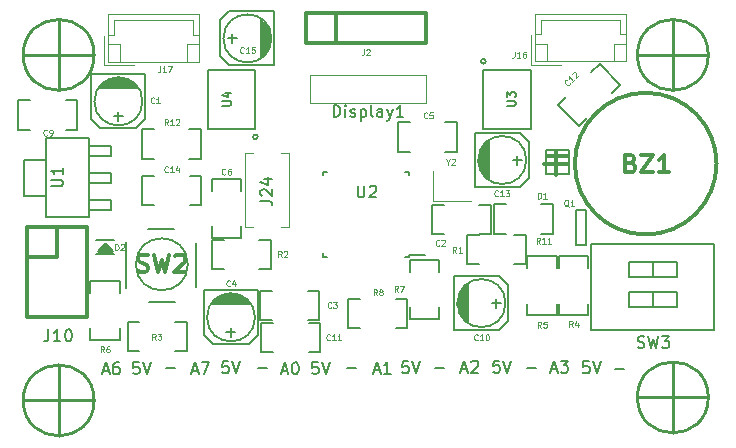
<source format=gbr>
G04 #@! TF.GenerationSoftware,KiCad,Pcbnew,(5.1.4)-1*
G04 #@! TF.CreationDate,2021-02-09T20:39:42-03:00*
G04 #@! TF.ProjectId,Eucalyptus,45756361-6c79-4707-9475-732e6b696361,rev?*
G04 #@! TF.SameCoordinates,Original*
G04 #@! TF.FileFunction,Legend,Top*
G04 #@! TF.FilePolarity,Positive*
%FSLAX46Y46*%
G04 Gerber Fmt 4.6, Leading zero omitted, Abs format (unit mm)*
G04 Created by KiCad (PCBNEW (5.1.4)-1) date 2021-02-09 20:39:42*
%MOMM*%
%LPD*%
G04 APERTURE LIST*
%ADD10C,0.150000*%
%ADD11C,0.304800*%
%ADD12C,0.254000*%
%ADD13C,0.120000*%
%ADD14C,0.127000*%
%ADD15C,0.378460*%
%ADD16C,0.203200*%
%ADD17C,0.125095*%
%ADD18C,0.125000*%
%ADD19C,0.300000*%
%ADD20C,0.119380*%
%ADD21C,0.125025*%
%ADD22C,0.200660*%
%ADD23C,0.149860*%
G04 APERTURE END LIST*
D10*
X97735714Y-125741666D02*
X98211904Y-125741666D01*
X97640476Y-126027380D02*
X97973809Y-125027380D01*
X98307142Y-126027380D01*
X99069047Y-125027380D02*
X98878571Y-125027380D01*
X98783333Y-125075000D01*
X98735714Y-125122619D01*
X98640476Y-125265476D01*
X98592857Y-125455952D01*
X98592857Y-125836904D01*
X98640476Y-125932142D01*
X98688095Y-125979761D01*
X98783333Y-126027380D01*
X98973809Y-126027380D01*
X99069047Y-125979761D01*
X99116666Y-125932142D01*
X99164285Y-125836904D01*
X99164285Y-125598809D01*
X99116666Y-125503571D01*
X99069047Y-125455952D01*
X98973809Y-125408333D01*
X98783333Y-125408333D01*
X98688095Y-125455952D01*
X98640476Y-125503571D01*
X98592857Y-125598809D01*
X105285714Y-125741666D02*
X105761904Y-125741666D01*
X105190476Y-126027380D02*
X105523809Y-125027380D01*
X105857142Y-126027380D01*
X106095238Y-125027380D02*
X106761904Y-125027380D01*
X106333333Y-126027380D01*
X112885714Y-125741666D02*
X113361904Y-125741666D01*
X112790476Y-126027380D02*
X113123809Y-125027380D01*
X113457142Y-126027380D01*
X113980952Y-125027380D02*
X114076190Y-125027380D01*
X114171428Y-125075000D01*
X114219047Y-125122619D01*
X114266666Y-125217857D01*
X114314285Y-125408333D01*
X114314285Y-125646428D01*
X114266666Y-125836904D01*
X114219047Y-125932142D01*
X114171428Y-125979761D01*
X114076190Y-126027380D01*
X113980952Y-126027380D01*
X113885714Y-125979761D01*
X113838095Y-125932142D01*
X113790476Y-125836904D01*
X113742857Y-125646428D01*
X113742857Y-125408333D01*
X113790476Y-125217857D01*
X113838095Y-125122619D01*
X113885714Y-125075000D01*
X113980952Y-125027380D01*
X120685714Y-125691666D02*
X121161904Y-125691666D01*
X120590476Y-125977380D02*
X120923809Y-124977380D01*
X121257142Y-125977380D01*
X122114285Y-125977380D02*
X121542857Y-125977380D01*
X121828571Y-125977380D02*
X121828571Y-124977380D01*
X121733333Y-125120238D01*
X121638095Y-125215476D01*
X121542857Y-125263095D01*
X128085714Y-125616666D02*
X128561904Y-125616666D01*
X127990476Y-125902380D02*
X128323809Y-124902380D01*
X128657142Y-125902380D01*
X128942857Y-124997619D02*
X128990476Y-124950000D01*
X129085714Y-124902380D01*
X129323809Y-124902380D01*
X129419047Y-124950000D01*
X129466666Y-124997619D01*
X129514285Y-125092857D01*
X129514285Y-125188095D01*
X129466666Y-125330952D01*
X128895238Y-125902380D01*
X129514285Y-125902380D01*
X135685714Y-125616666D02*
X136161904Y-125616666D01*
X135590476Y-125902380D02*
X135923809Y-124902380D01*
X136257142Y-125902380D01*
X136495238Y-124902380D02*
X137114285Y-124902380D01*
X136780952Y-125283333D01*
X136923809Y-125283333D01*
X137019047Y-125330952D01*
X137066666Y-125378571D01*
X137114285Y-125473809D01*
X137114285Y-125711904D01*
X137066666Y-125807142D01*
X137019047Y-125854761D01*
X136923809Y-125902380D01*
X136638095Y-125902380D01*
X136542857Y-125854761D01*
X136495238Y-125807142D01*
X133619047Y-125547619D02*
X134380952Y-125547619D01*
X110869047Y-125547619D02*
X111630952Y-125547619D01*
X115959523Y-125002380D02*
X115483333Y-125002380D01*
X115435714Y-125478571D01*
X115483333Y-125430952D01*
X115578571Y-125383333D01*
X115816666Y-125383333D01*
X115911904Y-125430952D01*
X115959523Y-125478571D01*
X116007142Y-125573809D01*
X116007142Y-125811904D01*
X115959523Y-125907142D01*
X115911904Y-125954761D01*
X115816666Y-126002380D01*
X115578571Y-126002380D01*
X115483333Y-125954761D01*
X115435714Y-125907142D01*
X116292857Y-125002380D02*
X116626190Y-126002380D01*
X116959523Y-125002380D01*
X103119047Y-125547619D02*
X103880952Y-125547619D01*
X123609523Y-124952380D02*
X123133333Y-124952380D01*
X123085714Y-125428571D01*
X123133333Y-125380952D01*
X123228571Y-125333333D01*
X123466666Y-125333333D01*
X123561904Y-125380952D01*
X123609523Y-125428571D01*
X123657142Y-125523809D01*
X123657142Y-125761904D01*
X123609523Y-125857142D01*
X123561904Y-125904761D01*
X123466666Y-125952380D01*
X123228571Y-125952380D01*
X123133333Y-125904761D01*
X123085714Y-125857142D01*
X123942857Y-124952380D02*
X124276190Y-125952380D01*
X124609523Y-124952380D01*
X118369047Y-125547619D02*
X119130952Y-125547619D01*
X108359523Y-124952380D02*
X107883333Y-124952380D01*
X107835714Y-125428571D01*
X107883333Y-125380952D01*
X107978571Y-125333333D01*
X108216666Y-125333333D01*
X108311904Y-125380952D01*
X108359523Y-125428571D01*
X108407142Y-125523809D01*
X108407142Y-125761904D01*
X108359523Y-125857142D01*
X108311904Y-125904761D01*
X108216666Y-125952380D01*
X107978571Y-125952380D01*
X107883333Y-125904761D01*
X107835714Y-125857142D01*
X108692857Y-124952380D02*
X109026190Y-125952380D01*
X109359523Y-124952380D01*
X100809523Y-125002380D02*
X100333333Y-125002380D01*
X100285714Y-125478571D01*
X100333333Y-125430952D01*
X100428571Y-125383333D01*
X100666666Y-125383333D01*
X100761904Y-125430952D01*
X100809523Y-125478571D01*
X100857142Y-125573809D01*
X100857142Y-125811904D01*
X100809523Y-125907142D01*
X100761904Y-125954761D01*
X100666666Y-126002380D01*
X100428571Y-126002380D01*
X100333333Y-125954761D01*
X100285714Y-125907142D01*
X101142857Y-125002380D02*
X101476190Y-126002380D01*
X101809523Y-125002380D01*
X125869047Y-125547619D02*
X126630952Y-125547619D01*
X131309523Y-124902380D02*
X130833333Y-124902380D01*
X130785714Y-125378571D01*
X130833333Y-125330952D01*
X130928571Y-125283333D01*
X131166666Y-125283333D01*
X131261904Y-125330952D01*
X131309523Y-125378571D01*
X131357142Y-125473809D01*
X131357142Y-125711904D01*
X131309523Y-125807142D01*
X131261904Y-125854761D01*
X131166666Y-125902380D01*
X130928571Y-125902380D01*
X130833333Y-125854761D01*
X130785714Y-125807142D01*
X131642857Y-124902380D02*
X131976190Y-125902380D01*
X132309523Y-124902380D01*
X138909523Y-124952380D02*
X138433333Y-124952380D01*
X138385714Y-125428571D01*
X138433333Y-125380952D01*
X138528571Y-125333333D01*
X138766666Y-125333333D01*
X138861904Y-125380952D01*
X138909523Y-125428571D01*
X138957142Y-125523809D01*
X138957142Y-125761904D01*
X138909523Y-125857142D01*
X138861904Y-125904761D01*
X138766666Y-125952380D01*
X138528571Y-125952380D01*
X138433333Y-125904761D01*
X138385714Y-125857142D01*
X139242857Y-124952380D02*
X139576190Y-125952380D01*
X139909523Y-124952380D01*
X141119047Y-125571428D02*
X141880952Y-125571428D01*
X123625000Y-115900000D02*
X125050000Y-115900000D01*
X116375000Y-116125000D02*
X116700000Y-116125000D01*
X116375000Y-108875000D02*
X116700000Y-108875000D01*
X123625000Y-108875000D02*
X123300000Y-108875000D01*
X123625000Y-116125000D02*
X123300000Y-116125000D01*
X123625000Y-108875000D02*
X123625000Y-109200000D01*
X116375000Y-108875000D02*
X116375000Y-109200000D01*
X116375000Y-116125000D02*
X116375000Y-115800000D01*
X123625000Y-116125000D02*
X123625000Y-115900000D01*
X138854500Y-120054500D02*
X138854500Y-121054500D01*
X136354500Y-120054500D02*
X136354500Y-121054500D01*
X136354500Y-121054500D02*
X138854500Y-121054500D01*
X138854500Y-116054500D02*
X136354500Y-116054500D01*
X136354500Y-116054500D02*
X136354500Y-117054500D01*
X138854500Y-117054500D02*
X138854500Y-116054500D01*
D11*
X125070000Y-95430000D02*
X125070000Y-97970000D01*
X114910000Y-97970000D02*
X114910000Y-95430000D01*
X114910000Y-95430000D02*
X125070000Y-95430000D01*
X125070000Y-97970000D02*
X114910000Y-97970000D01*
X117450000Y-95430000D02*
X117450000Y-97970000D01*
X96393000Y-113601500D02*
X91313000Y-113601500D01*
X93853000Y-116141500D02*
X91313000Y-116141500D01*
X93853000Y-113601500D02*
X93853000Y-116141500D01*
X91313000Y-121221500D02*
X91313000Y-113601500D01*
X96393000Y-121221500D02*
X91313000Y-121221500D01*
X96393000Y-113601500D02*
X96393000Y-121221500D01*
D10*
X139103000Y-122280000D02*
X139103000Y-115041000D01*
X149517000Y-122280000D02*
X139103000Y-122280000D01*
X149517000Y-115041000D02*
X149517000Y-122280000D01*
X139103000Y-115041000D02*
X149517000Y-115041000D01*
X146340000Y-120380000D02*
X146340000Y-119100000D01*
X142280000Y-120380000D02*
X146340000Y-120380000D01*
X142280000Y-119100000D02*
X142280000Y-120380000D01*
X144310000Y-119100000D02*
X144310000Y-120380000D01*
X146340000Y-119100000D02*
X142280000Y-119100000D01*
X146340000Y-117840000D02*
X146340000Y-116560000D01*
X142280000Y-117840000D02*
X146340000Y-117840000D01*
X142280000Y-116560000D02*
X142280000Y-117840000D01*
X144310000Y-116560000D02*
X144310000Y-117840000D01*
X146340000Y-116560000D02*
X142280000Y-116560000D01*
D12*
X149000000Y-128000000D02*
G75*
G03X149000000Y-128000000I-3000000J0D01*
G01*
X143000000Y-128000000D02*
X149000000Y-128000000D01*
X146000000Y-125000000D02*
X146000000Y-131000000D01*
X146000000Y-96000000D02*
X146000000Y-102000000D01*
X143000000Y-99000000D02*
X149000000Y-99000000D01*
X149000000Y-99000000D02*
G75*
G03X149000000Y-99000000I-3000000J0D01*
G01*
X97000000Y-128250000D02*
G75*
G03X97000000Y-128250000I-3000000J0D01*
G01*
X91000000Y-128250000D02*
X97000000Y-128250000D01*
X94000000Y-125250000D02*
X94000000Y-131250000D01*
X94000000Y-96000000D02*
X94000000Y-102000000D01*
X91000000Y-99000000D02*
X97000000Y-99000000D01*
X97000000Y-99000000D02*
G75*
G03X97000000Y-99000000I-3000000J0D01*
G01*
D13*
X134015000Y-99835000D02*
X136515000Y-99835000D01*
X134015000Y-97335000D02*
X134015000Y-99835000D01*
X141035000Y-98035000D02*
X141035000Y-99535000D01*
X142035000Y-98035000D02*
X141035000Y-98035000D01*
X135315000Y-98035000D02*
X135315000Y-99535000D01*
X134315000Y-98035000D02*
X135315000Y-98035000D01*
X141535000Y-97225000D02*
X142035000Y-97225000D01*
X141535000Y-96015000D02*
X141535000Y-97225000D01*
X134815000Y-96015000D02*
X141535000Y-96015000D01*
X134815000Y-97225000D02*
X134815000Y-96015000D01*
X134315000Y-97225000D02*
X134815000Y-97225000D01*
X142035000Y-95515000D02*
X134315000Y-95515000D01*
X142035000Y-99535000D02*
X142035000Y-95515000D01*
X134315000Y-99535000D02*
X142035000Y-99535000D01*
X134315000Y-95515000D02*
X134315000Y-99535000D01*
X98164500Y-95572000D02*
X98164500Y-99592000D01*
X98164500Y-99592000D02*
X105884500Y-99592000D01*
X105884500Y-99592000D02*
X105884500Y-95572000D01*
X105884500Y-95572000D02*
X98164500Y-95572000D01*
X98164500Y-97282000D02*
X98664500Y-97282000D01*
X98664500Y-97282000D02*
X98664500Y-96072000D01*
X98664500Y-96072000D02*
X105384500Y-96072000D01*
X105384500Y-96072000D02*
X105384500Y-97282000D01*
X105384500Y-97282000D02*
X105884500Y-97282000D01*
X98164500Y-98092000D02*
X99164500Y-98092000D01*
X99164500Y-98092000D02*
X99164500Y-99592000D01*
X105884500Y-98092000D02*
X104884500Y-98092000D01*
X104884500Y-98092000D02*
X104884500Y-99592000D01*
X97864500Y-97392000D02*
X97864500Y-99892000D01*
X97864500Y-99892000D02*
X100364500Y-99892000D01*
D10*
X106954000Y-113514000D02*
X106954000Y-114514000D01*
X109454000Y-113514000D02*
X109454000Y-114514000D01*
X109454000Y-110514000D02*
X109454000Y-109514000D01*
X106954000Y-110514000D02*
X106954000Y-109514000D01*
D14*
X109454000Y-109514000D02*
X106954000Y-109514000D01*
X106954000Y-114514000D02*
X109454000Y-114514000D01*
D10*
X100833000Y-121600000D02*
X99833000Y-121600000D01*
X99833000Y-124100000D02*
X100833000Y-124100000D01*
X99833000Y-121600000D02*
X99833000Y-124100000D01*
X104833000Y-124100000D02*
X104833000Y-121600000D01*
X103833000Y-124100000D02*
X104833000Y-124100000D01*
X103833000Y-121600000D02*
X104833000Y-121600000D01*
D15*
X137100500Y-108204000D02*
X135100500Y-108204000D01*
X136100500Y-107204000D02*
X136100500Y-109204000D01*
X149700500Y-108204000D02*
G75*
G03X149700500Y-108204000I-6000000J0D01*
G01*
D14*
X99060000Y-104584500D02*
X99060000Y-103822500D01*
X99441000Y-104203500D02*
X98679000Y-104203500D01*
X96774000Y-104457500D02*
X96774000Y-100647500D01*
X100584000Y-105219500D02*
X97536000Y-105219500D01*
X96774000Y-104457500D02*
X97536000Y-105219500D01*
X101346000Y-104457500D02*
X101346000Y-100647500D01*
X101346000Y-104457500D02*
X100584000Y-105219500D01*
X98933000Y-100901500D02*
X99187000Y-100901500D01*
X99695000Y-101028500D02*
X98425000Y-101028500D01*
X98171000Y-101155500D02*
X99949000Y-101155500D01*
X97917000Y-101282500D02*
X100203000Y-101282500D01*
X100330000Y-101409500D02*
X97790000Y-101409500D01*
X97663000Y-101536500D02*
X100457000Y-101536500D01*
X100584000Y-101663500D02*
X97536000Y-101663500D01*
X100711000Y-101790500D02*
X97409000Y-101790500D01*
X101092000Y-102933500D02*
G75*
G03X101092000Y-102933500I-2032000J0D01*
G01*
X101346000Y-100647500D02*
X96774000Y-100647500D01*
X110871000Y-118935500D02*
X106299000Y-118935500D01*
X110617000Y-121221500D02*
G75*
G03X110617000Y-121221500I-2032000J0D01*
G01*
X110236000Y-120078500D02*
X106934000Y-120078500D01*
X110109000Y-119951500D02*
X107061000Y-119951500D01*
X107188000Y-119824500D02*
X109982000Y-119824500D01*
X109855000Y-119697500D02*
X107315000Y-119697500D01*
X107442000Y-119570500D02*
X109728000Y-119570500D01*
X107696000Y-119443500D02*
X109474000Y-119443500D01*
X109220000Y-119316500D02*
X107950000Y-119316500D01*
X108458000Y-119189500D02*
X108712000Y-119189500D01*
X110871000Y-122745500D02*
X110109000Y-123507500D01*
X110871000Y-122745500D02*
X110871000Y-118935500D01*
X106299000Y-122745500D02*
X107061000Y-123507500D01*
X110109000Y-123507500D02*
X107061000Y-123507500D01*
X106299000Y-122745500D02*
X106299000Y-118935500D01*
X108966000Y-122491500D02*
X108204000Y-122491500D01*
X108585000Y-122872500D02*
X108585000Y-122110500D01*
X95591000Y-105326500D02*
X95591000Y-102826500D01*
X90591000Y-102826500D02*
X90591000Y-105326500D01*
D10*
X91591000Y-105326500D02*
X90591000Y-105326500D01*
X91591000Y-102826500D02*
X90591000Y-102826500D01*
X94591000Y-102826500D02*
X95591000Y-102826500D01*
X94591000Y-105326500D02*
X95591000Y-105326500D01*
D14*
X131445000Y-120015000D02*
X130683000Y-120015000D01*
X131064000Y-119634000D02*
X131064000Y-120396000D01*
X131318000Y-122301000D02*
X127508000Y-122301000D01*
X132080000Y-118491000D02*
X132080000Y-121539000D01*
X131318000Y-122301000D02*
X132080000Y-121539000D01*
X131318000Y-117729000D02*
X127508000Y-117729000D01*
X131318000Y-117729000D02*
X132080000Y-118491000D01*
X127762000Y-120142000D02*
X127762000Y-119888000D01*
X127889000Y-119380000D02*
X127889000Y-120650000D01*
X128016000Y-120904000D02*
X128016000Y-119126000D01*
X128143000Y-121158000D02*
X128143000Y-118872000D01*
X128270000Y-118745000D02*
X128270000Y-121285000D01*
X128397000Y-121412000D02*
X128397000Y-118618000D01*
X128524000Y-118491000D02*
X128524000Y-121539000D01*
X128651000Y-118364000D02*
X128651000Y-121666000D01*
X131826000Y-120015000D02*
G75*
G03X131826000Y-120015000I-2032000J0D01*
G01*
X127508000Y-117729000D02*
X127508000Y-122301000D01*
D10*
X136965284Y-102566949D02*
X136258178Y-103274055D01*
X138733051Y-104334716D02*
X138025945Y-105041822D01*
X140854372Y-102213395D02*
X141561478Y-101506289D01*
X139086605Y-100445628D02*
X139793711Y-99738522D01*
D14*
X141561478Y-101506289D02*
X139793711Y-99738522D01*
X136258178Y-103274055D02*
X138025945Y-105041822D01*
X129267200Y-105613200D02*
X129267200Y-110185200D01*
X133585200Y-107899200D02*
G75*
G03X133585200Y-107899200I-2032000J0D01*
G01*
X130410200Y-106248200D02*
X130410200Y-109550200D01*
X130283200Y-106375200D02*
X130283200Y-109423200D01*
X130156200Y-109296200D02*
X130156200Y-106502200D01*
X130029200Y-106629200D02*
X130029200Y-109169200D01*
X129902200Y-109042200D02*
X129902200Y-106756200D01*
X129775200Y-108788200D02*
X129775200Y-107010200D01*
X129648200Y-107264200D02*
X129648200Y-108534200D01*
X129521200Y-108026200D02*
X129521200Y-107772200D01*
X133077200Y-105613200D02*
X133839200Y-106375200D01*
X133077200Y-105613200D02*
X129267200Y-105613200D01*
X133077200Y-110185200D02*
X133839200Y-109423200D01*
X133839200Y-106375200D02*
X133839200Y-109423200D01*
X133077200Y-110185200D02*
X129267200Y-110185200D01*
X132823200Y-107518200D02*
X132823200Y-108280200D01*
X133204200Y-107899200D02*
X132442200Y-107899200D01*
D10*
X102081200Y-109240000D02*
X101081200Y-109240000D01*
X102081200Y-111740000D02*
X101081200Y-111740000D01*
X105081200Y-111740000D02*
X106081200Y-111740000D01*
X105081200Y-109240000D02*
X106081200Y-109240000D01*
D14*
X106081200Y-111740000D02*
X106081200Y-109240000D01*
X101081200Y-109240000D02*
X101081200Y-111740000D01*
X108331000Y-97599500D02*
X109093000Y-97599500D01*
X108712000Y-97980500D02*
X108712000Y-97218500D01*
X108458000Y-95313500D02*
X112268000Y-95313500D01*
X107696000Y-99123500D02*
X107696000Y-96075500D01*
X108458000Y-95313500D02*
X107696000Y-96075500D01*
X108458000Y-99885500D02*
X112268000Y-99885500D01*
X108458000Y-99885500D02*
X107696000Y-99123500D01*
X112014000Y-97472500D02*
X112014000Y-97726500D01*
X111887000Y-98234500D02*
X111887000Y-96964500D01*
X111760000Y-96710500D02*
X111760000Y-98488500D01*
X111633000Y-96456500D02*
X111633000Y-98742500D01*
X111506000Y-98869500D02*
X111506000Y-96329500D01*
X111379000Y-96202500D02*
X111379000Y-98996500D01*
X111252000Y-99123500D02*
X111252000Y-96075500D01*
X111125000Y-99250500D02*
X111125000Y-95948500D01*
X112014000Y-97599500D02*
G75*
G03X112014000Y-97599500I-2032000J0D01*
G01*
X112268000Y-99885500D02*
X112268000Y-95313500D01*
X135245600Y-107451600D02*
X137245600Y-107451600D01*
X137245600Y-107551600D02*
X135245600Y-107551600D01*
X135245600Y-107651600D02*
X137245600Y-107651600D01*
X135245600Y-107051600D02*
X135245600Y-109051600D01*
X135245600Y-109051600D02*
X137245600Y-109051600D01*
X137245600Y-109051600D02*
X137245600Y-107051600D01*
X137245600Y-107051600D02*
X135245600Y-107051600D01*
D12*
X97716340Y-115285520D02*
X98016060Y-115285520D01*
X98216720Y-115384580D02*
X97617280Y-115384580D01*
X97317560Y-115585240D02*
X98516440Y-115585240D01*
X98516440Y-115585240D02*
X97917000Y-114985800D01*
X97917000Y-114985800D02*
X97317560Y-115585240D01*
D16*
X98653600Y-114701320D02*
X97180400Y-114701320D01*
X97180400Y-115869720D02*
X98653600Y-115869720D01*
D14*
X138626800Y-112091600D02*
X138626800Y-115088800D01*
X138626800Y-115088800D02*
X137826800Y-115088800D01*
X137826800Y-115088800D02*
X137826800Y-112091600D01*
X137826800Y-112088800D02*
X138626800Y-112088800D01*
D10*
X129589400Y-114218400D02*
X128589400Y-114218400D01*
X128589400Y-116718400D02*
X129589400Y-116718400D01*
X128589400Y-114218400D02*
X128589400Y-116718400D01*
X133589400Y-116718400D02*
X133589400Y-114218400D01*
X132589400Y-116718400D02*
X133589400Y-116718400D01*
X132589400Y-114218400D02*
X133589400Y-114218400D01*
X136187500Y-117054500D02*
X136187500Y-116054500D01*
X133687500Y-116054500D02*
X133687500Y-117054500D01*
X136187500Y-116054500D02*
X133687500Y-116054500D01*
X133687500Y-121054500D02*
X136187500Y-121054500D01*
X133687500Y-120054500D02*
X133687500Y-121054500D01*
X136187500Y-120054500D02*
X136187500Y-121054500D01*
X96667000Y-119150000D02*
X96667000Y-118150000D01*
X99167000Y-119150000D02*
X99167000Y-118150000D01*
X99167000Y-118150000D02*
X96667000Y-118150000D01*
X96667000Y-123150000D02*
X99167000Y-123150000D01*
X99167000Y-123150000D02*
X99167000Y-122150000D01*
X96667000Y-122150000D02*
X96667000Y-123150000D01*
X123718000Y-120372000D02*
X123718000Y-121372000D01*
X126218000Y-121372000D02*
X126218000Y-120372000D01*
X123718000Y-121372000D02*
X126218000Y-121372000D01*
X126218000Y-116372000D02*
X123718000Y-116372000D01*
X126218000Y-117372000D02*
X126218000Y-116372000D01*
X123718000Y-117372000D02*
X123718000Y-116372000D01*
X122531000Y-119654000D02*
X123531000Y-119654000D01*
X122531000Y-122154000D02*
X123531000Y-122154000D01*
X123531000Y-122154000D02*
X123531000Y-119654000D01*
X118531000Y-119654000D02*
X118531000Y-122154000D01*
X118531000Y-122154000D02*
X119531000Y-122154000D01*
X119531000Y-119654000D02*
X118531000Y-119654000D01*
X134875400Y-111627600D02*
X135875400Y-111627600D01*
X134875400Y-114127600D02*
X135875400Y-114127600D01*
X135875400Y-114127600D02*
X135875400Y-111627600D01*
X130875400Y-111627600D02*
X130875400Y-114127600D01*
X130875400Y-114127600D02*
X131875400Y-114127600D01*
X131875400Y-111627600D02*
X130875400Y-111627600D01*
X102055800Y-105277600D02*
X101055800Y-105277600D01*
X101055800Y-107777600D02*
X102055800Y-107777600D01*
X101055800Y-105277600D02*
X101055800Y-107777600D01*
X106055800Y-107777600D02*
X106055800Y-105277600D01*
X105055800Y-107777600D02*
X106055800Y-107777600D01*
X105055800Y-105277600D02*
X106055800Y-105277600D01*
X99729500Y-114826500D02*
X99729500Y-118726500D01*
X101629500Y-119926500D02*
X103829500Y-119926500D01*
X105629500Y-114926500D02*
X105629500Y-118626500D01*
X101529500Y-113726500D02*
X103729500Y-113726500D01*
X104929500Y-116726500D02*
G75*
G03X104929500Y-116726500I-2200000J0D01*
G01*
D14*
X91097100Y-110959900D02*
X91097100Y-107861100D01*
X91097100Y-107861100D02*
X92887800Y-107861100D01*
X91097100Y-110959900D02*
X92887800Y-110959900D01*
X98386900Y-107518200D02*
X98386900Y-106705400D01*
X98386900Y-106705400D02*
X96596200Y-106705400D01*
X98386900Y-107518200D02*
X96596200Y-107518200D01*
X98386900Y-109816900D02*
X96596200Y-109816900D01*
X98386900Y-109004100D02*
X96596200Y-109004100D01*
X98386900Y-109816900D02*
X98386900Y-109004100D01*
X98386900Y-112115600D02*
X98386900Y-111302800D01*
X98386900Y-111302800D02*
X96596200Y-111302800D01*
X98386900Y-112115600D02*
X96596200Y-112115600D01*
X96596200Y-106057700D02*
X96596200Y-112763300D01*
X96596200Y-112763300D02*
X92887800Y-112763300D01*
X92887800Y-112763300D02*
X92887800Y-106057700D01*
X92887800Y-106057700D02*
X96596200Y-106057700D01*
D10*
X133953000Y-100243000D02*
X129953000Y-100243000D01*
X133953000Y-105243000D02*
X129953000Y-105243000D01*
X129953000Y-100243000D02*
X129953000Y-105243000D01*
X133953000Y-105243000D02*
X133953000Y-100243000D01*
X130153000Y-99543000D02*
G75*
G03X130153000Y-99543000I-200000J0D01*
G01*
X110848500Y-105943000D02*
G75*
G03X110848500Y-105943000I-200000J0D01*
G01*
X106648500Y-100243000D02*
X106648500Y-105243000D01*
X110648500Y-105243000D02*
X110648500Y-100243000D01*
X106648500Y-100243000D02*
X110648500Y-100243000D01*
X106648500Y-105243000D02*
X110648500Y-105243000D01*
X129592200Y-114178400D02*
X130592200Y-114178400D01*
X129592200Y-111678400D02*
X130592200Y-111678400D01*
X126592200Y-111678400D02*
X125592200Y-111678400D01*
X126592200Y-114178400D02*
X125592200Y-114178400D01*
D14*
X125592200Y-111678400D02*
X125592200Y-114178400D01*
X130592200Y-114178400D02*
X130592200Y-111678400D01*
X127747400Y-107218800D02*
X127747400Y-104718800D01*
X122747400Y-104718800D02*
X122747400Y-107218800D01*
D10*
X123747400Y-107218800D02*
X122747400Y-107218800D01*
X123747400Y-104718800D02*
X122747400Y-104718800D01*
X126747400Y-104718800D02*
X127747400Y-104718800D01*
X126747400Y-107218800D02*
X127747400Y-107218800D01*
D13*
X125692000Y-108793200D02*
X125692000Y-111393200D01*
X125692000Y-111393200D02*
X128892000Y-111393200D01*
X109808400Y-107339200D02*
X109808400Y-113539200D01*
X113508400Y-113539200D02*
X113508400Y-107339200D01*
X113508400Y-107339200D02*
X112858400Y-107339200D01*
X110458400Y-107339200D02*
X109808400Y-107339200D01*
X109808400Y-113539200D02*
X110458400Y-113539200D01*
X113508400Y-113539200D02*
X112858400Y-113539200D01*
D10*
X110974000Y-114637500D02*
X111974000Y-114637500D01*
X110974000Y-117137500D02*
X111974000Y-117137500D01*
X111974000Y-117137500D02*
X111974000Y-114637500D01*
X106974000Y-114637500D02*
X106974000Y-117137500D01*
X106974000Y-117137500D02*
X107974000Y-117137500D01*
X107974000Y-114637500D02*
X106974000Y-114637500D01*
D14*
X116073001Y-121447001D02*
X116073001Y-118947001D01*
X111073001Y-118947001D02*
X111073001Y-121447001D01*
D10*
X112073001Y-121447001D02*
X111073001Y-121447001D01*
X112073001Y-118947001D02*
X111073001Y-118947001D01*
X115073001Y-118947001D02*
X116073001Y-118947001D01*
X115073001Y-121447001D02*
X116073001Y-121447001D01*
X112165000Y-121686000D02*
X111165000Y-121686000D01*
X112165000Y-124186000D02*
X111165000Y-124186000D01*
X115165000Y-124186000D02*
X116165000Y-124186000D01*
X115165000Y-121686000D02*
X116165000Y-121686000D01*
D14*
X116165000Y-124186000D02*
X116165000Y-121686000D01*
X111165000Y-121686000D02*
X111165000Y-124186000D01*
D13*
X115301000Y-100689000D02*
X115301000Y-103102000D01*
X125080000Y-103102000D02*
X115301000Y-103102000D01*
X125080000Y-100689000D02*
X125080000Y-103102000D01*
X115301000Y-100689000D02*
X125080000Y-100689000D01*
D10*
X119316595Y-110069380D02*
X119316595Y-110878904D01*
X119364214Y-110974142D01*
X119411833Y-111021761D01*
X119507071Y-111069380D01*
X119697547Y-111069380D01*
X119792785Y-111021761D01*
X119840404Y-110974142D01*
X119888023Y-110878904D01*
X119888023Y-110069380D01*
X120316595Y-110164619D02*
X120364214Y-110117000D01*
X120459452Y-110069380D01*
X120697547Y-110069380D01*
X120792785Y-110117000D01*
X120840404Y-110164619D01*
X120888023Y-110259857D01*
X120888023Y-110355095D01*
X120840404Y-110497952D01*
X120268976Y-111069380D01*
X120888023Y-111069380D01*
D17*
X137521103Y-122019362D02*
X137354310Y-121781086D01*
X137235171Y-122019362D02*
X137235171Y-121518982D01*
X137425792Y-121518982D01*
X137473448Y-121542810D01*
X137497275Y-121566637D01*
X137521103Y-121614292D01*
X137521103Y-121685775D01*
X137497275Y-121733430D01*
X137473448Y-121757258D01*
X137425792Y-121781086D01*
X137235171Y-121781086D01*
X137950000Y-121685775D02*
X137950000Y-122019362D01*
X137830862Y-121495154D02*
X137711724Y-121852569D01*
X138021483Y-121852569D01*
D18*
X119833333Y-98526190D02*
X119833333Y-98883333D01*
X119809523Y-98954761D01*
X119761904Y-99002380D01*
X119690476Y-99026190D01*
X119642857Y-99026190D01*
X120047619Y-98573809D02*
X120071428Y-98550000D01*
X120119047Y-98526190D01*
X120238095Y-98526190D01*
X120285714Y-98550000D01*
X120309523Y-98573809D01*
X120333333Y-98621428D01*
X120333333Y-98669047D01*
X120309523Y-98740476D01*
X120023809Y-99026190D01*
X120333333Y-99026190D01*
D16*
X93127523Y-122243619D02*
X93127523Y-122969333D01*
X93079142Y-123114476D01*
X92982380Y-123211238D01*
X92837238Y-123259619D01*
X92740476Y-123259619D01*
X94143523Y-123259619D02*
X93562952Y-123259619D01*
X93853238Y-123259619D02*
X93853238Y-122243619D01*
X93756476Y-122388761D01*
X93659714Y-122485523D01*
X93562952Y-122533904D01*
X94772476Y-122243619D02*
X94869238Y-122243619D01*
X94966000Y-122292000D01*
X95014380Y-122340380D01*
X95062761Y-122437142D01*
X95111142Y-122630666D01*
X95111142Y-122872571D01*
X95062761Y-123066095D01*
X95014380Y-123162857D01*
X94966000Y-123211238D01*
X94869238Y-123259619D01*
X94772476Y-123259619D01*
X94675714Y-123211238D01*
X94627333Y-123162857D01*
X94578952Y-123066095D01*
X94530571Y-122872571D01*
X94530571Y-122630666D01*
X94578952Y-122437142D01*
X94627333Y-122340380D01*
X94675714Y-122292000D01*
X94772476Y-122243619D01*
D10*
X143016666Y-123754761D02*
X143159523Y-123802380D01*
X143397619Y-123802380D01*
X143492857Y-123754761D01*
X143540476Y-123707142D01*
X143588095Y-123611904D01*
X143588095Y-123516666D01*
X143540476Y-123421428D01*
X143492857Y-123373809D01*
X143397619Y-123326190D01*
X143207142Y-123278571D01*
X143111904Y-123230952D01*
X143064285Y-123183333D01*
X143016666Y-123088095D01*
X143016666Y-122992857D01*
X143064285Y-122897619D01*
X143111904Y-122850000D01*
X143207142Y-122802380D01*
X143445238Y-122802380D01*
X143588095Y-122850000D01*
X143921428Y-122802380D02*
X144159523Y-123802380D01*
X144350000Y-123088095D01*
X144540476Y-123802380D01*
X144778571Y-122802380D01*
X145064285Y-122802380D02*
X145683333Y-122802380D01*
X145350000Y-123183333D01*
X145492857Y-123183333D01*
X145588095Y-123230952D01*
X145635714Y-123278571D01*
X145683333Y-123373809D01*
X145683333Y-123611904D01*
X145635714Y-123707142D01*
X145588095Y-123754761D01*
X145492857Y-123802380D01*
X145207142Y-123802380D01*
X145111904Y-123754761D01*
X145064285Y-123707142D01*
D18*
X132595238Y-98726190D02*
X132595238Y-99083333D01*
X132571428Y-99154761D01*
X132523809Y-99202380D01*
X132452380Y-99226190D01*
X132404761Y-99226190D01*
X133095238Y-99226190D02*
X132809523Y-99226190D01*
X132952380Y-99226190D02*
X132952380Y-98726190D01*
X132904761Y-98797619D01*
X132857142Y-98845238D01*
X132809523Y-98869047D01*
X133523809Y-98726190D02*
X133428571Y-98726190D01*
X133380952Y-98750000D01*
X133357142Y-98773809D01*
X133309523Y-98845238D01*
X133285714Y-98940476D01*
X133285714Y-99130952D01*
X133309523Y-99178571D01*
X133333333Y-99202380D01*
X133380952Y-99226190D01*
X133476190Y-99226190D01*
X133523809Y-99202380D01*
X133547619Y-99178571D01*
X133571428Y-99130952D01*
X133571428Y-99011904D01*
X133547619Y-98964285D01*
X133523809Y-98940476D01*
X133476190Y-98916666D01*
X133380952Y-98916666D01*
X133333333Y-98940476D01*
X133309523Y-98964285D01*
X133285714Y-99011904D01*
X102595238Y-99976190D02*
X102595238Y-100333333D01*
X102571428Y-100404761D01*
X102523809Y-100452380D01*
X102452380Y-100476190D01*
X102404761Y-100476190D01*
X103095238Y-100476190D02*
X102809523Y-100476190D01*
X102952380Y-100476190D02*
X102952380Y-99976190D01*
X102904761Y-100047619D01*
X102857142Y-100095238D01*
X102809523Y-100119047D01*
X103261904Y-99976190D02*
X103595238Y-99976190D01*
X103380952Y-100476190D01*
D17*
X108120603Y-109081207D02*
X108096775Y-109105034D01*
X108025292Y-109128862D01*
X107977637Y-109128862D01*
X107906154Y-109105034D01*
X107858499Y-109057379D01*
X107834671Y-109009724D01*
X107810844Y-108914413D01*
X107810844Y-108842930D01*
X107834671Y-108747620D01*
X107858499Y-108699965D01*
X107906154Y-108652310D01*
X107977637Y-108628482D01*
X108025292Y-108628482D01*
X108096775Y-108652310D01*
X108120603Y-108676137D01*
X108549500Y-108628482D02*
X108454190Y-108628482D01*
X108406534Y-108652310D01*
X108382707Y-108676137D01*
X108335051Y-108747620D01*
X108311224Y-108842930D01*
X108311224Y-109033551D01*
X108335051Y-109081207D01*
X108358879Y-109105034D01*
X108406534Y-109128862D01*
X108501845Y-109128862D01*
X108549500Y-109105034D01*
X108573328Y-109081207D01*
X108597155Y-109033551D01*
X108597155Y-108914413D01*
X108573328Y-108866758D01*
X108549500Y-108842930D01*
X108501845Y-108819103D01*
X108406534Y-108819103D01*
X108358879Y-108842930D01*
X108335051Y-108866758D01*
X108311224Y-108914413D01*
X102215103Y-123098862D02*
X102048310Y-122860586D01*
X101929171Y-123098862D02*
X101929171Y-122598482D01*
X102119792Y-122598482D01*
X102167448Y-122622310D01*
X102191275Y-122646137D01*
X102215103Y-122693792D01*
X102215103Y-122765275D01*
X102191275Y-122812930D01*
X102167448Y-122836758D01*
X102119792Y-122860586D01*
X101929171Y-122860586D01*
X102381896Y-122598482D02*
X102691655Y-122598482D01*
X102524862Y-122789103D01*
X102596345Y-122789103D01*
X102644000Y-122812930D01*
X102667828Y-122836758D01*
X102691655Y-122884413D01*
X102691655Y-123003551D01*
X102667828Y-123051207D01*
X102644000Y-123075034D01*
X102596345Y-123098862D01*
X102453379Y-123098862D01*
X102405724Y-123075034D01*
X102381896Y-123051207D01*
D19*
X142442571Y-108160357D02*
X142656857Y-108231785D01*
X142728285Y-108303214D01*
X142799714Y-108446071D01*
X142799714Y-108660357D01*
X142728285Y-108803214D01*
X142656857Y-108874642D01*
X142514000Y-108946071D01*
X141942571Y-108946071D01*
X141942571Y-107446071D01*
X142442571Y-107446071D01*
X142585428Y-107517500D01*
X142656857Y-107588928D01*
X142728285Y-107731785D01*
X142728285Y-107874642D01*
X142656857Y-108017500D01*
X142585428Y-108088928D01*
X142442571Y-108160357D01*
X141942571Y-108160357D01*
X143299714Y-107446071D02*
X144299714Y-107446071D01*
X143299714Y-108946071D01*
X144299714Y-108946071D01*
X145656857Y-108946071D02*
X144799714Y-108946071D01*
X145228285Y-108946071D02*
X145228285Y-107446071D01*
X145085428Y-107660357D01*
X144942571Y-107803214D01*
X144799714Y-107874642D01*
D20*
X102088103Y-103048707D02*
X102064275Y-103072534D01*
X101992792Y-103096362D01*
X101945137Y-103096362D01*
X101873654Y-103072534D01*
X101825999Y-103024879D01*
X101802171Y-102977224D01*
X101778344Y-102881913D01*
X101778344Y-102810430D01*
X101802171Y-102715120D01*
X101825999Y-102667465D01*
X101873654Y-102619810D01*
X101945137Y-102595982D01*
X101992792Y-102595982D01*
X102064275Y-102619810D01*
X102088103Y-102643637D01*
X102564655Y-103096362D02*
X102278724Y-103096362D01*
X102421690Y-103096362D02*
X102421690Y-102595982D01*
X102374034Y-102667465D01*
X102326379Y-102715120D01*
X102278724Y-102738948D01*
X108516603Y-118528707D02*
X108492775Y-118552534D01*
X108421292Y-118576362D01*
X108373637Y-118576362D01*
X108302154Y-118552534D01*
X108254499Y-118504879D01*
X108230671Y-118457224D01*
X108206844Y-118361913D01*
X108206844Y-118290430D01*
X108230671Y-118195120D01*
X108254499Y-118147465D01*
X108302154Y-118099810D01*
X108373637Y-118075982D01*
X108421292Y-118075982D01*
X108492775Y-118099810D01*
X108516603Y-118123637D01*
X108945500Y-118242775D02*
X108945500Y-118576362D01*
X108826362Y-118052154D02*
X108707224Y-118409569D01*
X109016983Y-118409569D01*
D17*
X93007603Y-105779207D02*
X92983775Y-105803034D01*
X92912292Y-105826862D01*
X92864637Y-105826862D01*
X92793154Y-105803034D01*
X92745499Y-105755379D01*
X92721671Y-105707724D01*
X92697844Y-105612413D01*
X92697844Y-105540930D01*
X92721671Y-105445620D01*
X92745499Y-105397965D01*
X92793154Y-105350310D01*
X92864637Y-105326482D01*
X92912292Y-105326482D01*
X92983775Y-105350310D01*
X93007603Y-105374137D01*
X93245879Y-105826862D02*
X93341190Y-105826862D01*
X93388845Y-105803034D01*
X93412672Y-105779207D01*
X93460328Y-105707724D01*
X93484155Y-105612413D01*
X93484155Y-105421792D01*
X93460328Y-105374137D01*
X93436500Y-105350310D01*
X93388845Y-105326482D01*
X93293534Y-105326482D01*
X93245879Y-105350310D01*
X93222051Y-105374137D01*
X93198224Y-105421792D01*
X93198224Y-105540930D01*
X93222051Y-105588586D01*
X93245879Y-105612413D01*
X93293534Y-105636241D01*
X93388845Y-105636241D01*
X93436500Y-105612413D01*
X93460328Y-105588586D01*
X93484155Y-105540930D01*
D20*
X129472327Y-123114707D02*
X129448499Y-123138534D01*
X129377016Y-123162362D01*
X129329361Y-123162362D01*
X129257878Y-123138534D01*
X129210223Y-123090879D01*
X129186395Y-123043224D01*
X129162568Y-122947913D01*
X129162568Y-122876430D01*
X129186395Y-122781120D01*
X129210223Y-122733465D01*
X129257878Y-122685810D01*
X129329361Y-122661982D01*
X129377016Y-122661982D01*
X129448499Y-122685810D01*
X129472327Y-122709637D01*
X129948879Y-123162362D02*
X129662948Y-123162362D01*
X129805913Y-123162362D02*
X129805913Y-122661982D01*
X129758258Y-122733465D01*
X129710603Y-122781120D01*
X129662948Y-122804948D01*
X130258638Y-122661982D02*
X130306293Y-122661982D01*
X130353949Y-122685810D01*
X130377776Y-122709637D01*
X130401604Y-122757292D01*
X130425431Y-122852603D01*
X130425431Y-122971741D01*
X130401604Y-123067051D01*
X130377776Y-123114707D01*
X130353949Y-123138534D01*
X130306293Y-123162362D01*
X130258638Y-123162362D01*
X130210983Y-123138534D01*
X130187155Y-123114707D01*
X130163328Y-123067051D01*
X130139500Y-122971741D01*
X130139500Y-122852603D01*
X130163328Y-122757292D01*
X130187155Y-122709637D01*
X130210983Y-122685810D01*
X130258638Y-122661982D01*
D17*
X137312906Y-101382322D02*
X137312906Y-101416019D01*
X137279209Y-101483414D01*
X137245512Y-101517111D01*
X137178117Y-101550808D01*
X137110722Y-101550808D01*
X137060176Y-101533960D01*
X136975933Y-101483414D01*
X136925387Y-101432868D01*
X136874841Y-101348624D01*
X136857992Y-101298078D01*
X136857992Y-101230684D01*
X136891690Y-101163289D01*
X136925387Y-101129592D01*
X136992782Y-101095894D01*
X137026479Y-101095894D01*
X137683577Y-101079046D02*
X137481393Y-101281230D01*
X137582485Y-101180138D02*
X137228663Y-100826315D01*
X137245512Y-100910559D01*
X137245512Y-100977953D01*
X137228663Y-101028500D01*
X137498242Y-100624131D02*
X137498242Y-100590434D01*
X137515091Y-100539888D01*
X137599334Y-100455645D01*
X137649880Y-100438796D01*
X137683577Y-100438796D01*
X137734123Y-100455645D01*
X137767821Y-100489342D01*
X137801518Y-100556737D01*
X137801518Y-100961105D01*
X138020551Y-100742072D01*
D20*
X131186827Y-110922707D02*
X131162999Y-110946534D01*
X131091516Y-110970362D01*
X131043861Y-110970362D01*
X130972378Y-110946534D01*
X130924723Y-110898879D01*
X130900895Y-110851224D01*
X130877068Y-110755913D01*
X130877068Y-110684430D01*
X130900895Y-110589120D01*
X130924723Y-110541465D01*
X130972378Y-110493810D01*
X131043861Y-110469982D01*
X131091516Y-110469982D01*
X131162999Y-110493810D01*
X131186827Y-110517637D01*
X131663379Y-110970362D02*
X131377448Y-110970362D01*
X131520413Y-110970362D02*
X131520413Y-110469982D01*
X131472758Y-110541465D01*
X131425103Y-110589120D01*
X131377448Y-110612948D01*
X131830172Y-110469982D02*
X132139931Y-110469982D01*
X131973138Y-110660603D01*
X132044621Y-110660603D01*
X132092276Y-110684430D01*
X132116104Y-110708258D01*
X132139931Y-110755913D01*
X132139931Y-110875051D01*
X132116104Y-110922707D01*
X132092276Y-110946534D01*
X132044621Y-110970362D01*
X131901655Y-110970362D01*
X131854000Y-110946534D01*
X131830172Y-110922707D01*
D17*
X103246827Y-108890707D02*
X103222999Y-108914534D01*
X103151516Y-108938362D01*
X103103861Y-108938362D01*
X103032378Y-108914534D01*
X102984723Y-108866879D01*
X102960895Y-108819224D01*
X102937068Y-108723913D01*
X102937068Y-108652430D01*
X102960895Y-108557120D01*
X102984723Y-108509465D01*
X103032378Y-108461810D01*
X103103861Y-108437982D01*
X103151516Y-108437982D01*
X103222999Y-108461810D01*
X103246827Y-108485637D01*
X103723379Y-108938362D02*
X103437448Y-108938362D01*
X103580413Y-108938362D02*
X103580413Y-108437982D01*
X103532758Y-108509465D01*
X103485103Y-108557120D01*
X103437448Y-108580948D01*
X104152276Y-108604775D02*
X104152276Y-108938362D01*
X104033138Y-108414154D02*
X103914000Y-108771569D01*
X104223759Y-108771569D01*
D20*
X109660327Y-98794207D02*
X109636499Y-98818034D01*
X109565016Y-98841862D01*
X109517361Y-98841862D01*
X109445878Y-98818034D01*
X109398223Y-98770379D01*
X109374395Y-98722724D01*
X109350568Y-98627413D01*
X109350568Y-98555930D01*
X109374395Y-98460620D01*
X109398223Y-98412965D01*
X109445878Y-98365310D01*
X109517361Y-98341482D01*
X109565016Y-98341482D01*
X109636499Y-98365310D01*
X109660327Y-98389137D01*
X110136879Y-98841862D02*
X109850948Y-98841862D01*
X109993913Y-98841862D02*
X109993913Y-98341482D01*
X109946258Y-98412965D01*
X109898603Y-98460620D01*
X109850948Y-98484448D01*
X110589604Y-98341482D02*
X110351328Y-98341482D01*
X110327500Y-98579758D01*
X110351328Y-98555930D01*
X110398983Y-98532103D01*
X110518121Y-98532103D01*
X110565776Y-98555930D01*
X110589604Y-98579758D01*
X110613431Y-98627413D01*
X110613431Y-98746551D01*
X110589604Y-98794207D01*
X110565776Y-98818034D01*
X110518121Y-98841862D01*
X110398983Y-98841862D01*
X110351328Y-98818034D01*
X110327500Y-98794207D01*
D17*
X134568171Y-111160862D02*
X134568171Y-110660482D01*
X134687310Y-110660482D01*
X134758792Y-110684310D01*
X134806448Y-110731965D01*
X134830275Y-110779620D01*
X134854103Y-110874930D01*
X134854103Y-110946413D01*
X134830275Y-111041724D01*
X134806448Y-111089379D01*
X134758792Y-111137034D01*
X134687310Y-111160862D01*
X134568171Y-111160862D01*
X135330655Y-111160862D02*
X135044724Y-111160862D01*
X135187690Y-111160862D02*
X135187690Y-110660482D01*
X135140034Y-110731965D01*
X135092379Y-110779620D01*
X135044724Y-110803448D01*
D21*
X98780878Y-115526235D02*
X98780878Y-115026135D01*
X98899950Y-115026135D01*
X98971392Y-115049950D01*
X99019021Y-115097578D01*
X99042835Y-115145207D01*
X99066650Y-115240464D01*
X99066650Y-115311907D01*
X99042835Y-115407164D01*
X99019021Y-115454792D01*
X98971392Y-115502421D01*
X98899950Y-115526235D01*
X98780878Y-115526235D01*
X99257164Y-115073764D02*
X99280978Y-115049950D01*
X99328607Y-115026135D01*
X99447678Y-115026135D01*
X99495307Y-115049950D01*
X99519121Y-115073764D01*
X99542935Y-115121392D01*
X99542935Y-115169021D01*
X99519121Y-115240464D01*
X99233350Y-115526235D01*
X99542935Y-115526235D01*
D17*
X137175844Y-111843517D02*
X137128189Y-111819690D01*
X137080534Y-111772034D01*
X137009051Y-111700551D01*
X136961396Y-111676724D01*
X136913740Y-111676724D01*
X136937568Y-111795862D02*
X136889913Y-111772034D01*
X136842258Y-111724379D01*
X136818430Y-111629069D01*
X136818430Y-111462275D01*
X136842258Y-111366965D01*
X136889913Y-111319310D01*
X136937568Y-111295482D01*
X137032879Y-111295482D01*
X137080534Y-111319310D01*
X137128189Y-111366965D01*
X137152017Y-111462275D01*
X137152017Y-111629069D01*
X137128189Y-111724379D01*
X137080534Y-111772034D01*
X137032879Y-111795862D01*
X136937568Y-111795862D01*
X137628569Y-111795862D02*
X137342638Y-111795862D01*
X137485603Y-111795862D02*
X137485603Y-111295482D01*
X137437948Y-111366965D01*
X137390293Y-111414620D01*
X137342638Y-111438448D01*
X127678603Y-115732862D02*
X127511810Y-115494586D01*
X127392671Y-115732862D02*
X127392671Y-115232482D01*
X127583292Y-115232482D01*
X127630948Y-115256310D01*
X127654775Y-115280137D01*
X127678603Y-115327792D01*
X127678603Y-115399275D01*
X127654775Y-115446930D01*
X127630948Y-115470758D01*
X127583292Y-115494586D01*
X127392671Y-115494586D01*
X128155155Y-115732862D02*
X127869224Y-115732862D01*
X128012190Y-115732862D02*
X128012190Y-115232482D01*
X127964534Y-115303965D01*
X127916879Y-115351620D01*
X127869224Y-115375448D01*
X134854103Y-122082862D02*
X134687310Y-121844586D01*
X134568171Y-122082862D02*
X134568171Y-121582482D01*
X134758792Y-121582482D01*
X134806448Y-121606310D01*
X134830275Y-121630137D01*
X134854103Y-121677792D01*
X134854103Y-121749275D01*
X134830275Y-121796930D01*
X134806448Y-121820758D01*
X134758792Y-121844586D01*
X134568171Y-121844586D01*
X135306828Y-121582482D02*
X135068551Y-121582482D01*
X135044724Y-121820758D01*
X135068551Y-121796930D01*
X135116207Y-121773103D01*
X135235345Y-121773103D01*
X135283000Y-121796930D01*
X135306828Y-121820758D01*
X135330655Y-121868413D01*
X135330655Y-121987551D01*
X135306828Y-122035207D01*
X135283000Y-122059034D01*
X135235345Y-122082862D01*
X135116207Y-122082862D01*
X135068551Y-122059034D01*
X135044724Y-122035207D01*
X97833603Y-124178362D02*
X97666810Y-123940086D01*
X97547671Y-124178362D02*
X97547671Y-123677982D01*
X97738292Y-123677982D01*
X97785948Y-123701810D01*
X97809775Y-123725637D01*
X97833603Y-123773292D01*
X97833603Y-123844775D01*
X97809775Y-123892430D01*
X97785948Y-123916258D01*
X97738292Y-123940086D01*
X97547671Y-123940086D01*
X98262500Y-123677982D02*
X98167190Y-123677982D01*
X98119534Y-123701810D01*
X98095707Y-123725637D01*
X98048051Y-123797120D01*
X98024224Y-123892430D01*
X98024224Y-124083051D01*
X98048051Y-124130707D01*
X98071879Y-124154534D01*
X98119534Y-124178362D01*
X98214845Y-124178362D01*
X98262500Y-124154534D01*
X98286328Y-124130707D01*
X98310155Y-124083051D01*
X98310155Y-123963913D01*
X98286328Y-123916258D01*
X98262500Y-123892430D01*
X98214845Y-123868603D01*
X98119534Y-123868603D01*
X98071879Y-123892430D01*
X98048051Y-123916258D01*
X98024224Y-123963913D01*
X122725603Y-119034862D02*
X122558810Y-118796586D01*
X122439671Y-119034862D02*
X122439671Y-118534482D01*
X122630292Y-118534482D01*
X122677948Y-118558310D01*
X122701775Y-118582137D01*
X122725603Y-118629792D01*
X122725603Y-118701275D01*
X122701775Y-118748930D01*
X122677948Y-118772758D01*
X122630292Y-118796586D01*
X122439671Y-118796586D01*
X122892396Y-118534482D02*
X123225983Y-118534482D01*
X123011534Y-119034862D01*
X120947603Y-119352362D02*
X120780810Y-119114086D01*
X120661671Y-119352362D02*
X120661671Y-118851982D01*
X120852292Y-118851982D01*
X120899948Y-118875810D01*
X120923775Y-118899637D01*
X120947603Y-118947292D01*
X120947603Y-119018775D01*
X120923775Y-119066430D01*
X120899948Y-119090258D01*
X120852292Y-119114086D01*
X120661671Y-119114086D01*
X121233534Y-119066430D02*
X121185879Y-119042603D01*
X121162051Y-119018775D01*
X121138224Y-118971120D01*
X121138224Y-118947292D01*
X121162051Y-118899637D01*
X121185879Y-118875810D01*
X121233534Y-118851982D01*
X121328845Y-118851982D01*
X121376500Y-118875810D01*
X121400328Y-118899637D01*
X121424155Y-118947292D01*
X121424155Y-118971120D01*
X121400328Y-119018775D01*
X121376500Y-119042603D01*
X121328845Y-119066430D01*
X121233534Y-119066430D01*
X121185879Y-119090258D01*
X121162051Y-119114086D01*
X121138224Y-119161741D01*
X121138224Y-119257051D01*
X121162051Y-119304707D01*
X121185879Y-119328534D01*
X121233534Y-119352362D01*
X121328845Y-119352362D01*
X121376500Y-119328534D01*
X121400328Y-119304707D01*
X121424155Y-119257051D01*
X121424155Y-119161741D01*
X121400328Y-119114086D01*
X121376500Y-119090258D01*
X121328845Y-119066430D01*
X134742827Y-114970862D02*
X134576033Y-114732586D01*
X134456895Y-114970862D02*
X134456895Y-114470482D01*
X134647516Y-114470482D01*
X134695171Y-114494310D01*
X134718999Y-114518137D01*
X134742827Y-114565792D01*
X134742827Y-114637275D01*
X134718999Y-114684930D01*
X134695171Y-114708758D01*
X134647516Y-114732586D01*
X134456895Y-114732586D01*
X135219379Y-114970862D02*
X134933448Y-114970862D01*
X135076413Y-114970862D02*
X135076413Y-114470482D01*
X135028758Y-114541965D01*
X134981103Y-114589620D01*
X134933448Y-114613448D01*
X135695931Y-114970862D02*
X135410000Y-114970862D01*
X135552966Y-114970862D02*
X135552966Y-114470482D01*
X135505310Y-114541965D01*
X135457655Y-114589620D01*
X135410000Y-114613448D01*
X103246827Y-104937862D02*
X103080033Y-104699586D01*
X102960895Y-104937862D02*
X102960895Y-104437482D01*
X103151516Y-104437482D01*
X103199171Y-104461310D01*
X103222999Y-104485137D01*
X103246827Y-104532792D01*
X103246827Y-104604275D01*
X103222999Y-104651930D01*
X103199171Y-104675758D01*
X103151516Y-104699586D01*
X102960895Y-104699586D01*
X103723379Y-104937862D02*
X103437448Y-104937862D01*
X103580413Y-104937862D02*
X103580413Y-104437482D01*
X103532758Y-104508965D01*
X103485103Y-104556620D01*
X103437448Y-104580448D01*
X103914000Y-104485137D02*
X103937828Y-104461310D01*
X103985483Y-104437482D01*
X104104621Y-104437482D01*
X104152276Y-104461310D01*
X104176104Y-104485137D01*
X104199931Y-104532792D01*
X104199931Y-104580448D01*
X104176104Y-104651930D01*
X103890172Y-104937862D01*
X104199931Y-104937862D01*
D19*
X100729500Y-117333642D02*
X100943785Y-117405071D01*
X101300928Y-117405071D01*
X101443785Y-117333642D01*
X101515214Y-117262214D01*
X101586642Y-117119357D01*
X101586642Y-116976500D01*
X101515214Y-116833642D01*
X101443785Y-116762214D01*
X101300928Y-116690785D01*
X101015214Y-116619357D01*
X100872357Y-116547928D01*
X100800928Y-116476500D01*
X100729500Y-116333642D01*
X100729500Y-116190785D01*
X100800928Y-116047928D01*
X100872357Y-115976500D01*
X101015214Y-115905071D01*
X101372357Y-115905071D01*
X101586642Y-115976500D01*
X102086642Y-115905071D02*
X102443785Y-117405071D01*
X102729500Y-116333642D01*
X103015214Y-117405071D01*
X103372357Y-115905071D01*
X103872357Y-116047928D02*
X103943785Y-115976500D01*
X104086642Y-115905071D01*
X104443785Y-115905071D01*
X104586642Y-115976500D01*
X104658071Y-116047928D01*
X104729500Y-116190785D01*
X104729500Y-116333642D01*
X104658071Y-116547928D01*
X103800928Y-117405071D01*
X104729500Y-117405071D01*
D22*
X93355764Y-110122183D02*
X94165903Y-110122183D01*
X94261214Y-110074528D01*
X94308869Y-110026873D01*
X94356524Y-109931562D01*
X94356524Y-109740941D01*
X94308869Y-109645631D01*
X94261214Y-109597976D01*
X94165903Y-109550320D01*
X93355764Y-109550320D01*
X94356524Y-108549560D02*
X94356524Y-109121423D01*
X94356524Y-108835492D02*
X93355764Y-108835492D01*
X93498730Y-108930802D01*
X93594040Y-109026113D01*
X93641696Y-109121423D01*
D23*
X131942669Y-103313895D02*
X132549245Y-103313895D01*
X132620607Y-103278214D01*
X132656288Y-103242533D01*
X132691969Y-103171171D01*
X132691969Y-103028447D01*
X132656288Y-102957085D01*
X132620607Y-102921404D01*
X132549245Y-102885723D01*
X131942669Y-102885723D01*
X131942669Y-102600276D02*
X131942669Y-102136423D01*
X132228116Y-102386190D01*
X132228116Y-102279147D01*
X132263797Y-102207785D01*
X132299478Y-102172104D01*
X132370840Y-102136423D01*
X132549245Y-102136423D01*
X132620607Y-102172104D01*
X132656288Y-102207785D01*
X132691969Y-102279147D01*
X132691969Y-102493233D01*
X132656288Y-102564595D01*
X132620607Y-102600276D01*
X107838169Y-103313895D02*
X108444745Y-103313895D01*
X108516107Y-103278214D01*
X108551788Y-103242533D01*
X108587469Y-103171171D01*
X108587469Y-103028447D01*
X108551788Y-102957085D01*
X108516107Y-102921404D01*
X108444745Y-102885723D01*
X107838169Y-102885723D01*
X108087935Y-102207785D02*
X108587469Y-102207785D01*
X107802488Y-102386190D02*
X108337702Y-102564595D01*
X108337702Y-102100742D01*
D17*
X126218103Y-115113707D02*
X126194275Y-115137534D01*
X126122792Y-115161362D01*
X126075137Y-115161362D01*
X126003654Y-115137534D01*
X125955999Y-115089879D01*
X125932171Y-115042224D01*
X125908344Y-114946913D01*
X125908344Y-114875430D01*
X125932171Y-114780120D01*
X125955999Y-114732465D01*
X126003654Y-114684810D01*
X126075137Y-114660982D01*
X126122792Y-114660982D01*
X126194275Y-114684810D01*
X126218103Y-114708637D01*
X126408724Y-114708637D02*
X126432551Y-114684810D01*
X126480207Y-114660982D01*
X126599345Y-114660982D01*
X126647000Y-114684810D01*
X126670828Y-114708637D01*
X126694655Y-114756292D01*
X126694655Y-114803948D01*
X126670828Y-114875430D01*
X126384896Y-115161362D01*
X126694655Y-115161362D01*
X125202103Y-104318707D02*
X125178275Y-104342534D01*
X125106792Y-104366362D01*
X125059137Y-104366362D01*
X124987654Y-104342534D01*
X124939999Y-104294879D01*
X124916171Y-104247224D01*
X124892344Y-104151913D01*
X124892344Y-104080430D01*
X124916171Y-103985120D01*
X124939999Y-103937465D01*
X124987654Y-103889810D01*
X125059137Y-103865982D01*
X125106792Y-103865982D01*
X125178275Y-103889810D01*
X125202103Y-103913637D01*
X125654828Y-103865982D02*
X125416551Y-103865982D01*
X125392724Y-104104258D01*
X125416551Y-104080430D01*
X125464207Y-104056603D01*
X125583345Y-104056603D01*
X125631000Y-104080430D01*
X125654828Y-104104258D01*
X125678655Y-104151913D01*
X125678655Y-104271051D01*
X125654828Y-104318707D01*
X125631000Y-104342534D01*
X125583345Y-104366362D01*
X125464207Y-104366362D01*
X125416551Y-104342534D01*
X125392724Y-104318707D01*
X126952223Y-108065086D02*
X126952223Y-108303362D01*
X126785430Y-107802982D02*
X126952223Y-108065086D01*
X127119017Y-107802982D01*
X127261982Y-107850637D02*
X127285810Y-107826810D01*
X127333465Y-107802982D01*
X127452603Y-107802982D01*
X127500259Y-107826810D01*
X127524086Y-107850637D01*
X127547914Y-107898292D01*
X127547914Y-107945948D01*
X127524086Y-108017430D01*
X127238155Y-108303362D01*
X127547914Y-108303362D01*
D10*
X111085380Y-111363023D02*
X111799666Y-111363023D01*
X111942523Y-111410642D01*
X112037761Y-111505880D01*
X112085380Y-111648738D01*
X112085380Y-111743976D01*
X111180619Y-110934452D02*
X111133000Y-110886833D01*
X111085380Y-110791595D01*
X111085380Y-110553500D01*
X111133000Y-110458261D01*
X111180619Y-110410642D01*
X111275857Y-110363023D01*
X111371095Y-110363023D01*
X111513952Y-110410642D01*
X112085380Y-110982071D01*
X112085380Y-110363023D01*
X111418714Y-109505880D02*
X112085380Y-109505880D01*
X111037761Y-109743976D02*
X111752047Y-109982071D01*
X111752047Y-109363023D01*
D17*
X112883103Y-116113862D02*
X112716310Y-115875586D01*
X112597171Y-116113862D02*
X112597171Y-115613482D01*
X112787792Y-115613482D01*
X112835448Y-115637310D01*
X112859275Y-115661137D01*
X112883103Y-115708792D01*
X112883103Y-115780275D01*
X112859275Y-115827930D01*
X112835448Y-115851758D01*
X112787792Y-115875586D01*
X112597171Y-115875586D01*
X113073724Y-115661137D02*
X113097551Y-115637310D01*
X113145207Y-115613482D01*
X113264345Y-115613482D01*
X113312000Y-115637310D01*
X113335828Y-115661137D01*
X113359655Y-115708792D01*
X113359655Y-115756448D01*
X113335828Y-115827930D01*
X113049896Y-116113862D01*
X113359655Y-116113862D01*
X117074103Y-120384207D02*
X117050275Y-120408034D01*
X116978792Y-120431862D01*
X116931137Y-120431862D01*
X116859654Y-120408034D01*
X116811999Y-120360379D01*
X116788171Y-120312724D01*
X116764344Y-120217413D01*
X116764344Y-120145930D01*
X116788171Y-120050620D01*
X116811999Y-120002965D01*
X116859654Y-119955310D01*
X116931137Y-119931482D01*
X116978792Y-119931482D01*
X117050275Y-119955310D01*
X117074103Y-119979137D01*
X117240896Y-119931482D02*
X117550655Y-119931482D01*
X117383862Y-120122103D01*
X117455345Y-120122103D01*
X117503000Y-120145930D01*
X117526828Y-120169758D01*
X117550655Y-120217413D01*
X117550655Y-120336551D01*
X117526828Y-120384207D01*
X117503000Y-120408034D01*
X117455345Y-120431862D01*
X117312379Y-120431862D01*
X117264724Y-120408034D01*
X117240896Y-120384207D01*
X116962827Y-123114707D02*
X116938999Y-123138534D01*
X116867516Y-123162362D01*
X116819861Y-123162362D01*
X116748378Y-123138534D01*
X116700723Y-123090879D01*
X116676895Y-123043224D01*
X116653068Y-122947913D01*
X116653068Y-122876430D01*
X116676895Y-122781120D01*
X116700723Y-122733465D01*
X116748378Y-122685810D01*
X116819861Y-122661982D01*
X116867516Y-122661982D01*
X116938999Y-122685810D01*
X116962827Y-122709637D01*
X117439379Y-123162362D02*
X117153448Y-123162362D01*
X117296413Y-123162362D02*
X117296413Y-122661982D01*
X117248758Y-122733465D01*
X117201103Y-122781120D01*
X117153448Y-122804948D01*
X117915931Y-123162362D02*
X117630000Y-123162362D01*
X117772966Y-123162362D02*
X117772966Y-122661982D01*
X117725310Y-122733465D01*
X117677655Y-122781120D01*
X117630000Y-122804948D01*
D10*
X117271428Y-104252380D02*
X117271428Y-103252380D01*
X117509523Y-103252380D01*
X117652380Y-103300000D01*
X117747619Y-103395238D01*
X117795238Y-103490476D01*
X117842857Y-103680952D01*
X117842857Y-103823809D01*
X117795238Y-104014285D01*
X117747619Y-104109523D01*
X117652380Y-104204761D01*
X117509523Y-104252380D01*
X117271428Y-104252380D01*
X118271428Y-104252380D02*
X118271428Y-103585714D01*
X118271428Y-103252380D02*
X118223809Y-103300000D01*
X118271428Y-103347619D01*
X118319047Y-103300000D01*
X118271428Y-103252380D01*
X118271428Y-103347619D01*
X118700000Y-104204761D02*
X118795238Y-104252380D01*
X118985714Y-104252380D01*
X119080952Y-104204761D01*
X119128571Y-104109523D01*
X119128571Y-104061904D01*
X119080952Y-103966666D01*
X118985714Y-103919047D01*
X118842857Y-103919047D01*
X118747619Y-103871428D01*
X118700000Y-103776190D01*
X118700000Y-103728571D01*
X118747619Y-103633333D01*
X118842857Y-103585714D01*
X118985714Y-103585714D01*
X119080952Y-103633333D01*
X119557142Y-103585714D02*
X119557142Y-104585714D01*
X119557142Y-103633333D02*
X119652380Y-103585714D01*
X119842857Y-103585714D01*
X119938095Y-103633333D01*
X119985714Y-103680952D01*
X120033333Y-103776190D01*
X120033333Y-104061904D01*
X119985714Y-104157142D01*
X119938095Y-104204761D01*
X119842857Y-104252380D01*
X119652380Y-104252380D01*
X119557142Y-104204761D01*
X120604761Y-104252380D02*
X120509523Y-104204761D01*
X120461904Y-104109523D01*
X120461904Y-103252380D01*
X121414285Y-104252380D02*
X121414285Y-103728571D01*
X121366666Y-103633333D01*
X121271428Y-103585714D01*
X121080952Y-103585714D01*
X120985714Y-103633333D01*
X121414285Y-104204761D02*
X121319047Y-104252380D01*
X121080952Y-104252380D01*
X120985714Y-104204761D01*
X120938095Y-104109523D01*
X120938095Y-104014285D01*
X120985714Y-103919047D01*
X121080952Y-103871428D01*
X121319047Y-103871428D01*
X121414285Y-103823809D01*
X121795238Y-103585714D02*
X122033333Y-104252380D01*
X122271428Y-103585714D02*
X122033333Y-104252380D01*
X121938095Y-104490476D01*
X121890476Y-104538095D01*
X121795238Y-104585714D01*
X123176190Y-104252380D02*
X122604761Y-104252380D01*
X122890476Y-104252380D02*
X122890476Y-103252380D01*
X122795238Y-103395238D01*
X122700000Y-103490476D01*
X122604761Y-103538095D01*
M02*

</source>
